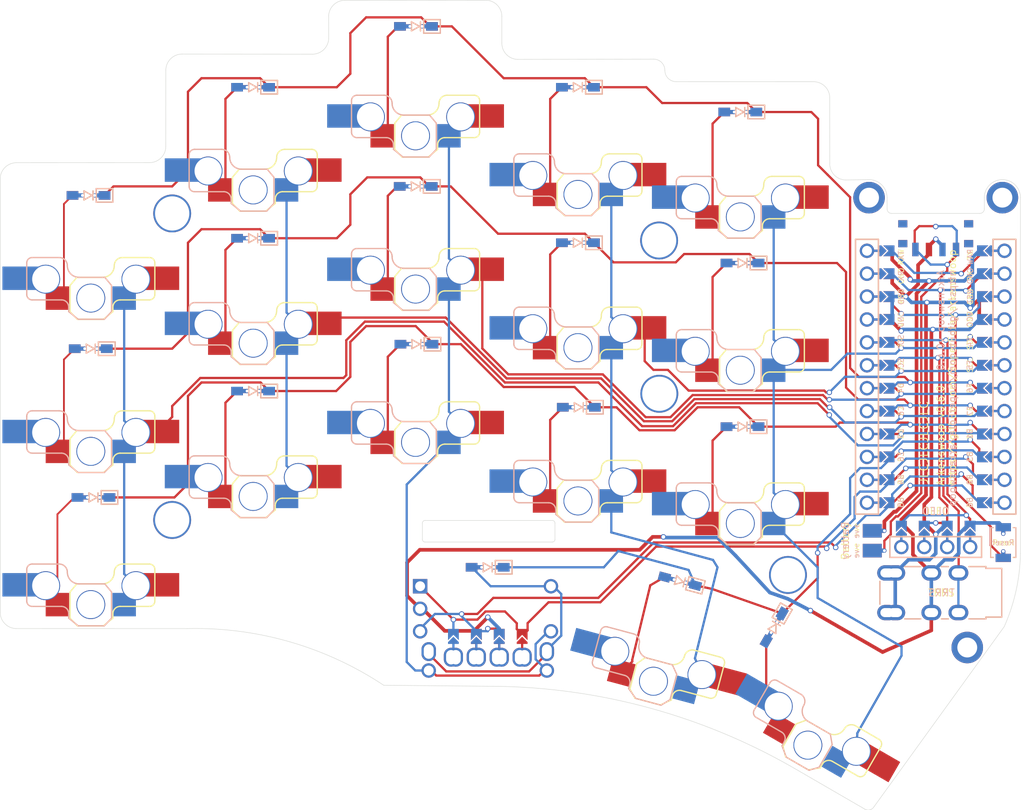
<source format=kicad_pcb>
(kicad_pcb (version 20221018) (generator pcbnew)
  (title_block (title "Arkenswoop") (date "2023-06-25") (rev "0.6.0") (company "SuperFola"))
  (layers (0 "F.Cu" signal) (31 "B.Cu" signal) (34 "B.Paste" user) (35 "F.Paste" user) (36 "B.SilkS" user "B.Silkscreen") (37 "F.SilkS" user "F.Silkscreen") (38 "B.Mask" user) (39 "F.Mask" user) (44 "Edge.Cuts" user))
  (net 0 "")
  (net 1 "raw")
  (net 2 "Net-(BT1-Pad2)")
  (net 3 "row0")
  (net 4 "GND")
  (net 5 "VCC")
  (net 6 "Net-(D2-A)")
  (net 7 "Net-(D3-A)")
  (net 8 "Net-(D4-A)")
  (net 9 "Net-(D5-A)")
  (net 10 "row1")
  (net 11 "Net-(D7-A)")
  (net 12 "data")
  (net 13 "reset")
  (net 14 "Net-(D8-A)")
  (net 15 "Net-(D9-A)")
  (net 16 "Net-(D10-A)")
  (net 17 "row2")
  (net 18 "Net-(D12-A)")
  (net 19 "Net-(D13-A)")
  (net 20 "Net-(D14-A)")
  (net 21 "Net-(D15-A)")
  (net 22 "Net-(D16-A)")
  (net 23 "row3")
  (net 24 "Net-(D17-A)")
  (net 25 "er0")
  (net 26 "col2")
  (net 27 "edb")
  (net 28 "eda")
  (net 29 "led")
  (net 30 "sda")
  (net 31 "sla")
  (net 32 "col0")
  (net 33 "col1")
  (net 34 "col3")
  (net 35 "col4")
  (net 36 "unconnected-(PSW1-C-Pad3)")
  (net 37 "unconnected-(U1-B6-Pad13)")
  (net 38 "unconnected-(U1-B2-Pad14)")
  (net 39 "unconnected-(U1-B3-Pad15)")
  (net 40 "Net-(D11-A)")
  (net 41 "Net-(D6-A)")
  (net 42 "Net-(D1-A)")
  (footprint "swoop:M2_hole_4.2mm" (layer "F.Cu") (at 134.228545 86.75)
    (fp_text reference "H3" hide)
    (fp_text value "M2 Hole" hide)
  )
  (footprint "swoop:D3_SMD" (layer "F.Cu") (at 107.275 63 180)
    (fp_text reference "D3" hide)
    (fp_text value " 1N4148W" hide)
  )
  (footprint "Library:Kailh-pg1350-socket-reversible" (layer "F.Cu") (at 107.229546 103.239471)
    (fp_text reference "SW13" hide)
    (fp_text value "Choc" hide)
  )
  (footprint "swoop:RollerEncoder" (layer "F.Cu") (at 115.235509 127.600624)
    (fp_text reference "EN2")
    (fp_text value "EVQWGD001")
    (fp_line (start -7.248 -7.7) (end -7.248 -9.5) (stroke (width 0.05)) (layer "Edge.Cuts"))
    (fp_line (start -6.952 -7.4) (end 7.148 -7.4) (stroke (width 0.05)) (layer "Edge.Cuts"))
    (fp_line (start 7.148 -9.8) (end -6.948 -9.8) (stroke (width 0.05)) (layer "Edge.Cuts"))
    (fp_line (start 7.448 -7.7) (end 7.448 -9.5) (stroke (width 0.05)) (layer "Edge.Cuts"))
    (fp_arc (start -7.248 -9.5) (mid -7.160132 -9.712132) (end -6.948 -9.8) (stroke (width 0.05)) (layer "Edge.Cuts"))
    (fp_arc (start -6.948 -7.4) (mid -7.160132 -7.487868) (end -7.248 -7.7) (stroke (width 0.05)) (layer "Edge.Cuts"))
    (fp_arc (start 7.148 -9.8) (mid 7.360132 -9.712132) (end 7.448 -9.5) (stroke (width 0.05)) (layer "Edge.Cuts"))
    (fp_arc (start 7.448 -7.7) (mid 7.360132 -7.487868) (end 7.148 -7.4) (stroke (width 0.05)) (layer "Edge.Cuts"))
  )
  (footprint "swoop:M2_hole_4.2mm" (layer "F.Cu") (at 80.25 83.75)
    (fp_text reference "H1" hide)
    (fp_text value "M2 Hole" hide)
  )
  (footprint "swoop:D3_SMD" (layer "F.Cu") (at 71.225 98.75 180)
    (fp_text reference "D6" hide)
    (fp_text value " 1N4148W" hide)
  )
  (footprint "Library:Kailh-pg1350-socket-reversible" (layer "F.Cu") (at 153.66651 137.618092 -30)
    (fp_text reference "SW17" hide)
    (fp_text value "Choc" hide)
  )
  (footprint "swoop:Reset" (layer "F.Cu") (at 172.380034 120.252819 90)
    (fp_text reference "RSW1" hide)
    (fp_text value "Reset")
  )
  (footprint "swoop:D3_SMD" (layer "F.Cu") (at 70.975 81.75 180)
    (fp_text reference "D1" hide)
    (fp_text value " 1N4148W" hide)
  )
  (footprint "swoop:Power" (layer "F.Cu") (at 164.890258 86.000219 180)
    (fp_text reference "PSW1" hide)
    (fp_text value "Power" hide)
  )
  (footprint "Library:Kailh-pg1350-socket-reversible" (layer "F.Cu") (at 71.229542 121.239972)
    (fp_text reference "SW11" hide)
    (fp_text value "Choc" hide)
  )
  (footprint "swoop:D3_SMD" (layer "F.Cu") (at 143.475 107.4 180)
    (fp_text reference "D15" hide)
    (fp_text value " 1N4148W" hide)
  )
  (footprint "swoop:RotaryEncoder" (layer "F.Cu") (at 115.235549 127.6)
    (fp_text reference "EN1")
    (fp_text value "RotaryEncoder_Switch")
  )
  (footprint "chocolad:M2_hole_3.5mm" (layer "F.Cu") (at 172.281378 81.999725)
    (fp_text reference "Ref**" hide)
    (fp_text value "Val**" hide)
  )
  (footprint "Library:Kailh-pg1350-socket-reversible" (layer "F.Cu") (at 125.228544 92.73947)
    (fp_text reference "SW9" hide)
    (fp_text value "Choc" hide)
  )
  (footprint "swoop:D3_SMD" (layer "F.Cu") (at 125.225 69.75 180)
    (fp_text reference "D4" hide)
    (fp_text value " 1N4148W" hide)
  )
  (footprint "swoop:D3_SMD" (layer "F.Cu") (at 107.25 80.75 180)
    (fp_text reference "D8" hide)
    (fp_text value " 1N4148W" hide)
  )
  (footprint "swoop:D3_SMD" (layer "F.Cu") (at 125.225 87 180)
    (fp_text reference "D9" hide)
    (fp_text value " 1N4148W" hide)
  )
  (footprint "chocolad:M2_hole_3.5mm" (layer "F.Cu") (at 157.500056 82.000182)
    (fp_text reference "Ref**" hide)
    (fp_text value "Val**" hide)
  )
  (footprint "swoop:D3_SMD" (layer "F.Cu") (at 143.225 72.5 180)
    (fp_text reference "D5" hide)
    (fp_text value " 1N4148W" hide)
  )
  (footprint "Library:Kailh-pg1350-socket-reversible" (layer "F.Cu") (at 143.229546 95.239475)
    (fp_text reference "SW10" hide)
    (fp_text value "Choc" hide)
  )
  (footprint "swoop:ProMicro_jumpers" (layer "F.Cu") (at 164.890259 101.863222)
    (fp_text reference "U1" hide)
    (fp_text value "ProMicro" hide)
  )
  (footprint "Library:Kailh-pg1350-socket-reversible" (layer "F.Cu") (at 71.229542 87.239972)
    (fp_text reference "SW1" hide)
    (fp_text value "Choc" hide)
  )
  (footprint "swoop:D3_SMD" (layer "F.Cu") (at 71.525 115.25 180)
    (fp_text reference "D11" hide)
    (fp_text value " 1N4148W" hide)
  )
  (footprint "Library:Kailh-pg1350-socket-reversible" (layer "F.Cu") (at 89.229547 109.239974)
    (fp_text reference "SW12" hide)
    (fp_text value "Choc" hide)
  )
  (footprint "swoop:TRRS-3pin" (layer "F.Cu") (at 170.604707 125.82492 -90)
    (fp_text reference "J1")
    (fp_text value "TRRS" hide)
  )
  (footprint "Library:Kailh-pg1350-socket-reversible" (layer "F.Cu") (at 107.229543 69.239473)
    (fp_text reference "SW3" hide)
    (fp_text value "Choc" hide)
  )
  (footprint "Library:Kailh-pg1350-socket-reversible" (layer "F.Cu") (at 143.229546 78.239472)
    (fp_text reference "SW5" hide)
    (fp_text value "Choc" hide)
  )
  (footprint "Library:Kailh-pg1350-socket-reversible" (layer "F.Cu") (at 71.229542 104.239972)
    (fp_text reference "SW6" hide)
    (fp_text value "Choc" hide)
  )
  (footprint "swoop:M2_hole_3.5mm" (layer "F.Cu") (at 168.386407 131.897959)
    (fp_text reference "Ref**" hide)
    (fp_text value "Val**" hide)
  )
  (footprint "swoop:OLED_jumpers" (layer "F.Cu") (at 161.080438 120.752911)
    (fp_text reference "O1" hide)
    (fp_text value "OLED")
  )
  (footprint "Library:Kailh-pg1350-socket-reversible" (layer "F.Cu") (at 125.228544 109.739471)
    (fp_text reference "SW14" hide)
    (fp_text value "Choc" hide)
  )
  (footprint "swoop:D3_SMD" (layer "F.Cu") (at 125.3254 105.25 180)
    (fp_text reference "D14" hide)
    (fp_text value " 1N4148W" hide)
  )
  (footprint "swoop:D3_SMD" (layer "F.Cu") (at 115.225 123 180)
    (fp_text reference "ED1" hide)
    (fp_text value " 1N4148W" hide)
  )
  (footprint "Library:Kailh-pg1350-socket-reversible" (layer "F.Cu") (at 89.229547 92.239968)
    (fp_text reference "SW7" hide)
    (fp_text value "Choc" hide)
  )
  (footprint "Library:Kailh-pg1350-socket-reversible" (layer "F.Cu") (at 125.228547 75.739475)
    (fp_text reference "SW4" hide)
    (fp_text value "Choc" hide)
  )
  (footprint "swoop:D3_SMD" (layer "F.Cu") (at 89.225 86.5 180)
    (fp_text reference "D7" hide)
    (fp_text value " 1N4148W" hide)
  )
  (footprint "swoop:D3_SMD" (layer "F.Cu") (at 89.225 103.45 180)
    (fp_text reference "D12" hide)
    (fp_text value " 1N4148W" hide)
  )
  (footprint "swoop:M2_hole_4.2mm" (layer "F.Cu") (at 80.25 117.75)
    (fp_text reference "H2" hide)
    (fp_text value "M2 Hole" hide)
  )
  (footprint "Library:Kailh-pg1350-socket-reversible" (layer "F.Cu") (at 135.128587 129.939172 -15)
    (fp_text reference "SW16" hide)
    (fp_text value "Choc" hide)
  )
  (footprint "Library:Kailh-pg1350-socket-reversible" (layer "F.Cu") (at 107.229546 86.23947)
    (fp_text reference "SW8" hide)
    (fp_text value "Choc" hide)
  )
  (footprint "swoop:M2_hole_4.2mm" (layer "F.Cu") (at 134.25 103.75)
    (fp_text reference "H4" hide)
    (fp_text value "M2 Hole" hide)
  )
  (footprint "swoop:D3_SMD" (layer "F.Cu") (at 107.3254 98.25 180)
    (fp_text reference "D13" hide)
    (fp_text value " 1N4148W" hide)
  )
  (footprint "swoop:Battery_pads_reversible" (layer "F.Cu") (at 157.857431 120.051406 -90)
    (fp_text reference "BT1" hide)
    (fp_text value "Battery" hide)
  )
  (footprint "swoop:M2_hole_4.2mm" (layer "F.Cu") (at 148.510701 123.849903)
    (fp_text reference "H4" hide)
    (fp_text value "M2 Hole" hide)
  )
  (footprint "swoop:D3_SMD" (layer "F.Cu") (at 89.225 69.75 180)
    (fp_text reference "D2" hide)
    (fp_text value " 1N4148W" hide)
  )
  (footprint "swoop:D3_SMD" (layer "F.Cu") (at 146.9875 129.662805 -120)
    (fp_text reference "D17" hide)
    (fp_text value " 1N4148W" hide)
  )
  (footprint "swoop:D3_SMD" (layer "F.Cu") (at 136.535482 124.540596 165)
    (fp_text reference "D16" hide)
    (fp_text value " 1N4148W" hide)
  )
  (footprint "Library:Kailh-pg1350-socket-reversible" (layer "F.Cu") (at 143.229549 112.239469)
    (fp_text reference "SW15" hide)
    (fp_text value "Choc" hide)
  )
  (footprint "swoop:D3_SMD" (layer "F.Cu") (at 143.475 89.25 180)
    (fp_text reference "D10" hide)
    (fp_text value " 1N4148W" hide)
  )
  (footprint "Library:Kailh-pg1350-socket-reversible" (layer "F.Cu") (at 89.229545 75.239973)
    (fp_text reference "SW2" hide)
    (fp_text value "Choc" hide)
  )
  (gr_line (start 61.188833 79.86901) (end 61.188833 127.991349) (stroke (width 0.05)) (layer "Edge.Cuts"))
  (gr_line (start 153.15 78.15) (end 153.145111 70.933883) (stroke (width 0.05)) (layer "Edge.Cuts"))
  (gr_line (start 174.281315 81.999689) (end 174.281568 121.466832) (stroke (width 0.05)) (layer "Edge.Cuts"))
  (gr_arc (start 172.281326 79.999547) (mid 173.695547 80.585425) (end 174.281315 81.999689) (stroke (width 0.05)) (layer "Edge.Cuts"))
  (gr_line (start 133.616117 66.633883) (end 118.540222 66.661837) (stroke (width 0.05)) (layer "Edge.Cuts"))
  (gr_line (start 116.795111 61.894135) (end 116.795111 64.867702) (stroke (width 0.05)) (layer "Edge.Cuts"))
  (gr_line (start 115.05 60.1) (end 99.389516 60.11343) (stroke (width 0.05)) (layer "Edge.Cuts"))
  (gr_arc (start 133.616117 66.633883) (mid 134.5 67) (end 134.866117 67.883883) (stroke (width 0.05)) (layer "Edge.Cuts"))
  (gr_arc (start 136.116117 69.133883) (mid 135.232234 68.767766) (end 134.866117 67.883883) (stroke (width 0.05)) (layer "Edge.Cuts"))
  (gr_line (start 79.547715 67.826168) (end 79.543548 76.357158) (stroke (width 0.05)) (layer "Edge.Cuts"))
  (gr_arc (start 97.595381 61.858541) (mid 98.138076 60.621651) (end 99.389516 60.11343) (stroke (width 0.05)) (layer "Edge.Cuts"))
  (gr_arc (start 170.281014 83.249463) (mid 170.134575 83.603043) (end 169.781008 83.749464) (stroke (width 0.05)) (layer "Edge.Cuts"))
  (gr_line (start 115.235769 136.194832) (end 103.694979 136.082549) (stroke (width 0.05)) (layer "Edge.Cuts"))
  (gr_line (start 77.745029 78.114927) (end 62.983651 78.123526) (stroke (width 0.05)) (layer "Edge.Cuts"))
  (gr_line (start 170.281014 83.249463) (end 170.28119 81.999538) (stroke (width 0.05)) (layer "Edge.Cuts"))
  (gr_line (start 81.9 129.8) (end 62.944009 129.795833) (stroke (width 0.05)) (layer "Edge.Cuts"))
  (gr_line (start 157.030886 149.825076) (end 149.229607 145.303912) (stroke (width 0.05)) (layer "Edge.Cuts"))
  (gr_arc (start 115.05 60.1) (mid 116.286898 60.642691) (end 116.795111 61.894135) (stroke (width 0.05)) (layer "Edge.Cuts"))
  (gr_line (start 154.887029 80.037186) (end 157.5 80) (stroke (width 0.05)) (layer "Edge.Cuts"))
  (gr_arc (start 157.5 80) (mid 158.914216 80.585869) (end 159.499984 82.000133) (stroke (width 0.05)) (layer "Edge.Cuts"))
  (gr_arc (start 151.4 69.139748) (mid 152.63689 69.682443) (end 153.145111 70.933883) (stroke (width 0.05)) (layer "Edge.Cuts"))
  (gr_arc (start 174.281567 121.466832) (mid 173.789865 125.619716) (end 172.48064 129.591384) (stroke (width 0.05)) (layer "Edge.Cuts"))
  (gr_line (start 151.4 69.139748) (end 136.116117 69.133883) (stroke (width 0.05)) (layer "Edge.Cuts"))
  (gr_arc (start 79.543548 76.357158) (mid 79.000006 77.600024) (end 77.745029 78.114927) (stroke (width 0.05)) (layer "Edge.Cuts"))
  (gr_arc (start 115.235769 136.194832) (mid 132.832334 138.511576) (end 149.229607 145.303912) (stroke (width 0.05)) (layer "Edge.Cuts"))
  (gr_line (start 159.499984 82.000133) (end 159.500165 83.250065) (stroke (width 0.05)) (layer "Edge.Cuts"))
  (gr_arc (start 158.055405 149.550557) (mid 157.600001 149.900002) (end 157.030886 149.825076) (stroke (width 0.05)) (layer "Edge.Cuts"))
  (gr_arc (start 160.000164 83.750068) (mid 159.646629 83.603612) (end 159.500165 83.250065) (stroke (width 0.05)) (layer "Edge.Cuts"))
  (gr_arc (start 61.188834 79.86901) (mid 61.73183 78.631838) (end 62.983651 78.123526) (stroke (width 0.05)) (layer "Edge.Cuts"))
  (gr_arc (start 81.9 129.8) (mid 93.2811 131.263566) (end 103.694979 136.082549) (stroke (width 0.05)) (layer "Edge.Cuts"))
  (gr_arc (start 170.28119 81.999538) (mid 170.867035 80.585273) (end 172.281326 79.999547) (stroke (width 0.05)) (layer "Edge.Cuts"))
  (gr_arc (start 97.6 64.338143) (mid 97.057294 65.575) (end 95.805865 66.083254) (stroke (width 0.05)) (layer "Edge.Cuts"))
  (gr_line (start 97.595381 61.858541) (end 97.6 64.338143) (stroke (width 0.05)) (layer "Edge.Cuts"))
  (gr_line (start 158.055405 149.550557) (end 172.48064 129.591384) (stroke (width 0.05)) (layer "Edge.Cuts"))
  (gr_arc (start 118.540222 66.661837) (mid 117.303351 66.119136) (end 116.795111 64.867702) (stroke (width 0.05)) (layer "Edge.Cuts"))
  (gr_line (start 95.805865 66.083254) (end 81.352199 66.070992) (stroke (width 0.05)) (layer "Edge.Cuts"))
  (gr_arc (start 154.887029 80.037186) (mid 153.620088 79.460331) (end 153.15 78.15) (stroke (width 0.05)) (layer "Edge.Cuts"))
  (gr_arc (start 62.944009 129.795833) (mid 61.7 129.25) (end 61.188833 127.991349) (stroke (width 0.05)) (layer "Edge.Cuts"))
  (gr_line (start 160.000164 83.750068) (end 169.781008 83.749464) (stroke (width 0.05)) (layer "Edge.Cuts"))
  (gr_arc (start 79.547715 67.826168) (mid 80.093555 66.582164) (end 81.352199 66.070992) (stroke (width 0.05)) (layer "Edge.Cuts"))
  (gr_text "Arkenswoop v0.6.0\nhttps://github.com/SuperFola/arkenswoop" (at 166.084013 89.964022 90) (layer "B.SilkS") (effects (font (size 0.8 0.8) (thickness 0.1)) (justify left mirror)))
  (gr_text "JLCJLCJLCJLC" (at 164.115685 113.860085 90) (layer "F.SilkS") (effects (font (size 0.9 0.9) (thickness 0.1)) (justify left bottom)))
  (gr_text "Arkenswoop v0.6.0\nhttps://github.com/SuperFola/arkenswoop" (at 166.084012 114.024024 90) (layer "F.SilkS") (effects (font (size 0.8 0.8) (thickness 0.1)) (justify left)))
  (segment (start 162.763772 114.548714) (end 160.479742 116.83274) (width 0.4) (layer "F.Cu") (net 1))
  (segment (start 164.150941 91.234385) (end 162.763773 92.621556) (width 0.4) (layer "F.Cu") (net 1))
  (segment (start 164.150941 91.232744) (end 164.150941 91.234385) (width 0.4) (layer "F.Cu") (net 1))
  (segment (start 160.479742 116.83274) (end 160.273087 116.832745) (width 0.4) (layer "F.Cu") (net 1))
  (segment (start 160.064268 88.888668) (end 160.064268 87.893222) (width 0.4) (layer "F.Cu") (net 1))
  (segment (start 162.06426 90.88866) (end 160.064268 88.888668) (width 0.4) (layer "F.Cu") (net 1))
  (segment (start 164.150941 91.234391) (end 164.150941 91.232744) (width 0.4) (layer "F.Cu") (net 1))
  (segment (start 162.763773 92.621556) (end 162.763772 114.548714) (width 0.4) (layer "F.Cu") (net 1))
  (segment (start 160.273087 116.832745) (end 159.19903 117.9068) (width 0.4) (layer "F.Cu") (net 1))
  (segment (start 159.19903 117.9068) (end 159.199032 118.951007) (width 0.4) (layer "F.Cu") (net 1))
  (segment (start 162.06426 91.068224) (end 162.06426 90.88866) (width 0.4) (layer "F.Cu") (net 1))
  (via (at 162.06426 91.068224) (size 0.6) (drill 0.4) (layers "F.Cu" "B.Cu") (net 1))
  (via (at 164.150941 91.232744) (size 0.6) (drill 0.4) (layers "F.Cu" "B.Cu") (net 1))
  (segment (start 164.150941 91.232744) (end 162.228778 91.232745) (width 0.4) (layer "B.Cu") (net 1))
  (segment (start 162.228778 91.232745) (end 162.06426 91.068224) (width 0.4) (layer "B.Cu") (net 1))
  (segment (start 168.950164 88.659323) (end 169.716269 87.89322) (width 0.4) (layer "B.Cu") (net 1))
  (segment (start 168.950158 90.335064) (end 168.950164 88.659323) (width 0.4) (layer "B.Cu") (net 1))
  (segment (start 168.052499 91.232736) (end 168.950158 90.335064) (width 0.4) (layer "B.Cu") (net 1))
  (segment (start 168.052499 91.232736) (end 164.150941 91.232744) (width 0.4) (layer "B.Cu") (net 1))
  (segment (start 159.911517 119.346343) (end 159.199032 120.058829) (width 0.25) (layer "F.Cu") (net 2))
  (segment (start 160.493142 117.357269) (end 160.490348 117.357269) (width 0.25) (layer "F.Cu") (net 2))
  (segment (start 163.288291 92.991392) (end 163.288292 114.765975) (width 0.25) (layer "F.Cu") (net 2))
  (segment (start 166.17043 89.423077) (end 166.17043 90.109252) (width 0.25) (layer "F.Cu") (net 2))
  (segment (start 160.490348 117.357269) (end 159.911517 117.9361) (width 0.25) (layer "F.Cu") (net 2))
  (segment (start 160.493142 117.35726) (end 160.493142 117.357269) (width 0.25) (layer "F.Cu") (net 2))
  (segment (start 159.911517 117.9361) (end 159.911517 119.346343) (width 0.25) (layer "F.Cu") (net 2))
  (segment (start 166.17043 90.109252) (end 163.288291 92.991392) (width 0.25) (layer "F.Cu") (net 2))
  (segment (start 160.69701 117.357261) (end 160.493142 117.35726) (width 0.25) (layer "F.Cu") (net 2))
  (segment (start 159.199032 120.058829) (end 159.19903 121.151406) (width 0.25) (layer "F.Cu") (net 2))
  (segment (start 167.148746 88.444757) (end 166.17043 89.423077) (width 0.25) (layer "F.Cu") (net 2))
  (segment (start 163.288292 114.765975) (end 160.69701 117.357261) (width 0.25) (layer "F.Cu") (net 2))
  (segment (start 167.148744 87.750031) (end 167.148746 88.444757) (width 0.25) (layer "F.Cu") (net 2))
  (via (at 166.17043 89.423077) (size 0.6) (drill 0.4) (layers "F.Cu" "B.Cu") (net 2))
  (segment (start 164.321777 89.423066) (end 166.17043 89.423077) (width 0.25) (layer "B.Cu") (net 2))
  (segment (start 162.648739 87.750031) (end 164.321777 89.423066) (width 0.25) (layer "B.Cu") (net 2))
  (segment (start 151.85 73.25) (end 151.85 78.4) (width 0.25) (layer "F.Cu") (net 3))
  (segment (start 91 69.75) (end 98.5 69.75) (width 0.25) (layer "F.Cu") (net 3))
  (segment (start 83.5 68.75) (end 90 68.75) (width 0.25) (layer "F.Cu") (net 3))
  (segment (start 126 68.75) (end 127 69.75) (width 0.25) (layer "F.Cu") (net 3))
  (segment (start 169.351266 103.133227) (end 168.716265 102.49822) (width 0.25) (layer "F.Cu") (net 3))
  (segment (start 82 70.25) (end 83.5 68.75) (width 0.25) (layer "F.Cu") (net 3))
  (segment (start 100 68.25) (end 100 63.75) (width 0.25) (layer "F.Cu") (net 3))
  (segment (start 152.925285 79.475285) (end 155.4 81.95) (width 0.25) (layer "F.Cu") (net 3))
  (segment (start 111.25 63) (end 117 68.75) (width 0.25) (layer "F.Cu") (net 3))
  (segment (start 90 68.75) (end 91 69.75) (width 0.25) (layer "F.Cu") (net 3))
  (segment (start 161.444359 101.87831) (end 162.064272 102.498223) (width 0.25) (layer "F.Cu") (net 3))
  (segment (start 156.37831 101.87831) (end 161.444359 101.87831) (width 0.25) (layer "F.Cu") (net 3))
  (segment (start 117 68.75) (end 126 68.75) (width 0.25) (layer "F.Cu") (net 3))
  (segment (start 72.75 81.75) (end 73.75 80.75) (width 0.25) (layer "F.Cu") (net 3))
  (segment (start 108.8504 63) (end 111.25 63) (width 0.25) (layer "F.Cu") (net 3))
  (segment (start 107.8504 62) (end 108.8504 63) (width 0.25) (layer "F.Cu") (net 3))
  (segment (start 155.4 81.95) (end 155.4 100.9) (width 0.25) (layer "F.Cu") (net 3))
  (segment (start 145 72.5) (end 151.1 72.5) (width 0.25) (layer "F.Cu") (net 3))
  (segment (start 134.561957 71.5) (end 144 71.5) (width 0.25) (layer "F.Cu") (net 3))
  (segment (start 144 71.5) (end 145 72.5) (width 0.25) (layer "F.Cu") (net 3))
  (segment (start 100 63.75) (end 101.75 62) (width 0.25) (layer "F.Cu") (net 3))
  (segment (start 101.75 62) (end 107.8504 62) (width 0.25) (layer "F.Cu") (net 3))
  (segment (start 132.811957 69.75) (end 134.561957 71.5) (width 0.25) (layer "F.Cu") (net 3))
  (segment (start 80.25 80.75) (end 82 79) (width 0.25) (layer "F.Cu") (net 3))
  (segment (start 155.4 100.9) (end 156.37831 101.87831) (width 0.25) (layer "F.Cu") (net 3))
  (segment (start 73.75 80.75) (end 80.25 80.75) (width 0.25) (layer "F.Cu") (net 3))
  (segment (start 169.716266 103.133229) (end 169.351266 103.133227) (width 0.25) (layer "F.Cu") (net 3))
  (segment (start 82 79) (end 82 70.25) (width 0.25) (layer "F.Cu") (net 3))
  (segment (start 127 69.75) (end 132.811957 69.75) (width 0.25) (layer "F.Cu") (net 3))
  (segment (start 151.1 72.5) (end 151.85 73.25) (width 0.25) (layer "F.Cu") (net 3))
  (segment (start 98.5 69.75) (end 100 68.25) (width 0.25) (layer "F.Cu") (net 3))
  (segment (start 151.85 78.4) (end 152.925285 79.475285) (width 0.25) (layer "F.Cu") (net 3))
  (via (at 168.716265 102.49822) (size 0.6) (drill 0.4) (layers "F.Cu" "B.Cu") (net 3))
  (via (at 162.064272 102.498223) (size 0.6) (drill 0.4) (layers "F.Cu" "B.Cu") (net 3))
  (segment (start 168.716265 102.49822) (end 160.699259 102.498224) (width 0.25) (layer "B.Cu") (net 3))
  (segment (start 160.699259 102.498224) (end 160.064263 103.133227) (width 0.25) (layer "B.Cu") (net 3))
  (segment (start 169.716268 92.97322) (end 169.716261 95.51322) (width 0.4) (layer "F.Cu") (net 4))
  (segment (start 106.29 122.47) (end 106.29 126.154451) (width 0.4) (layer "F.Cu") (net 4))
  (segment (start 164.148749 88.254755) (end 162.93543 89.468066) (width 0.4) (layer "F.Cu") (net 4))
  (segment (start 134.7 119.6255) (end 133.512038 119.6255) (width 0.4) (layer "F.Cu") (net 4))
  (segment (start 164.148744 87.350041) (end 164.898752 86.60004) (width 0.4) (layer "F.Cu") (net 4))
  (segment (start 107.7 121.06) (end 106.29 122.47) (width 0.4) (layer "F.Cu") (net 4))
  (segment (start 160.064265 91.473224) (end 161.564265 92.973223) (width 0.4) (layer "F.Cu") (net 4))
  (segment (start 164.148736 87.750035) (end 164.148749 88.254755) (width 0.4) (layer "F.Cu") (net 4))
  (segment (start 164.4 130) (end 164.404707 128.02492) (width 0.4) (layer "F.Cu") (net 4))
  (segment (start 162.93542 91.602053) (end 161.564265 92.973223) (width 0.4) (layer "F.Cu") (net 4))
  (segment (start 162.93543 89.468066) (end 162.93542 91.602053) (width 0.4) (layer "F.Cu") (net 4))
  (segment (start 110.46608 130.05) (end 113.719602 130.05) (width 0.4) (layer "F.Cu") (net 4))
  (segment (start 161.080432 118.078912) (end 162.36467 119.363149) (width 0.4) (layer "F.Cu") (net 4))
  (segment (start 159 132.4) (end 164.4 130) (width 0.4) (layer "F.Cu") (net 4))
  (segment (start 161.08043 117.715624) (end 163.812814 114.98324) (width 0.4) (layer "F.Cu") (net 4))
  (segment (start 161.080437 118.078912) (end 161.08043 117.715624) (width 0.4) (layer "F.Cu") (net 4))
  (segment (start 133.512038 119.6255) (end 132.077538 121.06) (width 0.4) (layer "F.Cu") (net 4))
  (segment (start 113.719602 130.05) (end 115.235511 128.534091) (width 0.4) (layer "F.Cu") (net 4))
  (segment (start 151.1 127.8) (end 151 127.8) (width 0.4) (layer "F.Cu") (net 4))
  (segment (start 132.077538 121.06) (end 107.7 121.06) (width 0.4) (layer "F.Cu") (net 4))
  (segment (start 106.29 126.154451) (end 107.735549 127.6) (width 0.4) (layer "F.Cu") (net 4))
  (segment (start 169.716271 93.243223) (end 168.716263 94.243233) (width 0.4) (layer "F.Cu") (net 4))
  (segment (start 163.812814 114.98324) (end 163.812815 93.718462) (width 0.4) (layer "F.Cu") (net 4))
  (segment (start 107.73555 127.31947) (end 110.46608 130.05) (width 0.4) (layer "F.Cu") (net 4))
  (segment (start 162.36467 119.363149) (end 162.364675 121.584888) (width 0.4) (layer "F.Cu") (net 4))
  (segment (start 169.716268 92.97322) (end 169.716271 93.243223) (width 0.4) (layer "F.Cu") (net 4))
  (segment (start 151 127.8) (end 159 132.4) (width 0.4) (layer "F.Cu") (net 4))
  (segment (start 164.14875 87.750031) (end 164.148744 87.350041) (width 0.4) (layer "F.Cu") (net 4))
  (segment (start 163.812815 93.718462) (end 163.91279 93.618485) (width 0.4) (layer "F.Cu") (net 4))
  (segment (start 162.364675 121.584888) (end 164.404707 123.624919) (width 0.4) (layer "F.Cu") (net 4))
  (segment (start 160.06427 90.433231) (end 160.064265 91.473224) (width 0.4) (layer "F.Cu") (net 4))
  (via (at 168.716263 94.243233) (size 0.6) (drill 0.4) (layers "F.Cu" "B.Cu") (net 4))
  (via (at 164.898752 86.60004) (size 0.6) (drill 0.4) (layers "F.Cu" "B.Cu") (net 4))
  (via (at 115.235511 128.534091) (size 0.6) (drill 0.4) (layers "F.Cu" "B.Cu") (net 4))
  (via (at 134.7 119.6255) (size 0.6) (drill 0.4) (layers "F.Cu" "B.Cu") (net 4))
  (via (at 163.91279 93.618485) (size 0.6) (drill 0.4) (layers "F.Cu" "B.Cu") (net 4))
  (via (at 151 127.8) (size 0.6) (drill 0.4) (layers "F.Cu" "B.Cu") (net 4))
  (via (at 161.564265 92.973223) (size 0.6) (drill 0.4) (layers "F.Cu" "B.Cu") (net 4))
  (segment (start 166.725535 122.164156) (end 167.442676 121.447015) (width 0.4) (layer "B.Cu") (net 4))
  (segment (start 168.70043 118.078909) (end 171.906123 118.078909) (width 0.4) (layer "B.Cu") (net 4))
  (segment (start 161.564265 92.973223) (end 160.064273 92.973224) (width 0.4) (layer "B.Cu") (net 4))
  (segment (start 148.5 126.5) (end 146.5 125.8) (width 0.4) (layer "B.Cu") (net 4))
  (segment (start 160.064273 92.973224) (end 160.064273 95.513235) (width 0.4) (layer "B.Cu") (net 4))
  (segment (start 169.716263 90.433228) (end 169.015773 91.13371) (width 0.4) (layer "B.Cu") (net 4))
  (segment (start 169.015782 93.943716) (end 168.716263 94.243233) (width 0.4) (layer "B.Cu") (net 4))
  (segment (start 167.442676 121.447015) (end 167.44267 119.336672) (width 0.4) (layer "B.Cu") (net 4))
  (segment (start 146.5 125.8) (end 142.7 121.7) (width 0.4) (layer "B.Cu") (net 4))
  (segment (start 168.091523 93.618482) (end 168.716263 94.243233) (width 0.4) (layer "B.Cu") (net 4))
  (segment (start 165.648754 87.750044) (end 165.648747 87.350034) (width 0.4) (layer "B.Cu") (net 4))
  (segment (start 116.505514 129.804094) (end 115.235511 128.534091) (width 0.4) (layer "B.Cu") (net 4))
  (segment (start 134.7745 119.7) (end 134.7 119.6255) (width 0.4) (layer "B.Cu") (net 4))
  (segment (start 169.015773 91.13371) (end 169.015782 93.943716) (width 0.4) (layer "B.Cu") (net 4))
  (segment (start 165.865471 122.164156) (end 166.725535 122.164156) (width 0.4) (layer "B.Cu") (net 4))
  (segment (start 171.906123 118.078909) (end 172.380031 118.552819) (width 0.4) (layer "B.Cu") (net 4))
  (segment (start 142.7 121.7) (end 140.7 119.7) (width 0.4) (layer "B.Cu") (net 4))
  (segment (start 164.404707 123.624919) (end 165.865471 122.164156) (width 0.4) (layer "B.Cu") (net 4))
  (segment (start 140.7 119.7) (end 134.7745 119.7) (width 0.4) (layer "B.Cu") (net 4))
  (segment (start 151 127.8) (end 148.5 126.5) (width 0.4) (layer "B.Cu") (net 4))
  (segment (start 161.564265 92.973223) (end 162.209522 93.618484) (width 0.4) (layer "B.Cu") (net 4))
  (segment (start 164.404706 123.624915) (end 164.40471 128.02492) (width 0.4) (layer "B.Cu") (net 4))
  (segment (start 167.44267 119.336672) (end 168.70043 118.078909) (width 0.4) (layer "B.Cu") (net 4))
  (segment (start 165.648747 87.350034) (end 164.898752 86.60004) (width 0.4) (layer "B.Cu") (net 4))
  (segment (start 162.209522 93.618484) (end 168.091523 93.618482) (width 0.4) (layer "B.Cu") (net 4))
  (segment (start 164.412334 96.777352) (end 164.570972 96.61871) (width 0.4) (layer "F.Cu") (net 5))
  (segment (start 160.064273 95.513235) (end 160.064265 95.783225) (width 0.4) (layer "F.Cu") (net 5))
  (segment (start 164.412332 115.231574) (end 164.412334 96.777352) (width 0.4) (layer "F.Cu") (net 5))
  (segment (start 163.620434 116.023474) (end 164.412332 115.231574) (width 0.4) (layer "F.Cu") (net 5))
  (segment (start 163.628911 118.078909) (end 164.894673 119.344672) (width 0.4) (layer "F.Cu") (net 5))
  (segment (start 160.064265 95.783225) (end 161.064266 96.783226) (width 0.4) (layer "F.Cu") (net 5))
  (segment (start 163.620432 118.078913) (end 163.620434 116.023474) (width 0.4) (layer "F.Cu") (net 5))
  (via (at 164.570972 96.61871) (size 0.6) (drill 0.4) (layers "F.Cu" "B.Cu") (net 5))
  (via (at 164.894673 119.344672) (size 0.6) (drill 0.4) (layers "F.Cu" "B.Cu") (net 5))
  (via (at 161.064266 96.783226) (size 0.6) (drill 0.4) (layers "F.Cu" "B.Cu") (net 5))
  (segment (start 164.185526 122.164156) (end 161.865471 122.164156) (width 0.4) (layer "B.Cu") (net 5))
  (segment (start 169.716261 95.51322) (end 168.610766 96.618711) (width 0.4) (layer "B.Cu") (net 5))
  (segment (start 160.404711 123.624923) (end 160.404709 128.024917) (width 0.4) (layer "B.Cu") (net 5))
  (segment (start 164.570972 96.61871) (end 161.228784 96.618709) (width 0.4) (layer "B.Cu") (net 5))
  (segment (start 161.865471 122.164156) (end 160.404707 123.624919) (width 0.4) (layer "B.Cu") (net 5))
  (segment (start 168.610766 96.618711) (end 164.570972 96.61871) (width 0.4) (layer "B.Cu") (net 5))
  (segment (start 164.894673 119.344672) (end 164.894674 121.455008) (width 0.4) (layer "B.Cu") (net 5))
  (segment (start 164.894673 119.344672) (end 166.160432 118.078913) (width 0.4) (layer "B.Cu") (net 5))
  (segment (start 161.228784 96.618709) (end 161.064266 96.783226) (width 0.4) (layer "B.Cu") (net 5))
  (segment (start 164.894674 121.455008) (end 164.185526 122.164156) (width 0.4) (layer "B.Cu") (net 5))
  (segment (start 87.45 69.75) (end 86.154545 71.045455) (width 0.25) (layer "F.Cu") (net 6))
  (segment (start 86.154545 71.045455) (end 86.154545 80.514973) (width 0.25) (layer "F.Cu") (net 6))
  (segment (start 86.154545 80.514973) (end 85.529545 81.139973) (width 0.25) (layer "F.Cu") (net 6))
  (segment (start 105.3004 63) (end 104.154543 64.145857) (width 0.25) (layer "F.Cu") (net 7))
  (segment (start 104.154543 64.145857) (end 104.154543 74.514473) (width 0.25) (layer "F.Cu") (net 7))
  (segment (start 104.154543 74.514473) (end 103.529543 75.139473) (width 0.25) (layer "F.Cu") (net 7))
  (segment (start 122.153547 71.046453) (end 122.153547 81.014475) (width 0.25) (layer "F.Cu") (net 8))
  (segment (start 122.153547 81.014475) (end 121.528547 81.639475) (width 0.25) (layer "F.Cu") (net 8))
  (segment (start 123.45 69.75) (end 122.153547 71.046453) (width 0.25) (layer "F.Cu") (net 8))
  (segment (start 140.154546 83.514472) (end 139.529546 84.139472) (width 0.25) (layer "F.Cu") (net 9))
  (segment (start 141.45 72.5) (end 140.154546 73.795454) (width 0.25) (layer "F.Cu") (net 9))
  (segment (start 140.154546 73.795454) (end 140.154546 83.514472) (width 0.25) (layer "F.Cu") (net 9))
  (segment (start 169.716259 105.673222) (end 169.35127 105.673227) (width 0.25) (layer "F.Cu") (net 10))
  (segment (start 136.075 89.175) (end 137 88.25) (width 0.25) (layer "F.Cu") (net 10))
  (segment (start 154.95 103.057955) (end 154.95 90.25) (width 0.25) (layer "F.Cu") (net 10))
  (segment (start 73 98.75) (end 80.25 98.75) (width 0.25) (layer "F.Cu") (net 10))
  (segment (start 91 86.5) (end 98.5 86.5) (width 0.25) (layer "F.Cu") (net 10))
  (segment (start 101.875 79.75) (end 107.75 79.75) (width 0.25) (layer "F.Cu") (net 10))
  (segment (start 129.175 89.175) (end 136.075 89.175) (width 0.25) (layer "F.Cu") (net 10))
  (segment (start 144.25 88.25) (end 145.25 89.25) (width 0.25) (layer "F.Cu") (net 10))
  (segment (start 161.424353 104.39831) (end 156.290354 104.398309) (width 0.25) (layer "F.Cu") (net 10))
  (segment (start 154.95 90.25) (end 153.95 89.25) (width 0.25) (layer "F.Cu") (net 10))
  (segment (start 98.5 86.5) (end 100 85) (width 0.25) (layer "F.Cu") (net 10))
  (segment (start 82 87) (end 83.5 85.5) (width 0.25) (layer "F.Cu") (net 10))
  (segment (start 80.25 98.75) (end 82 97) (width 0.25) (layer "F.Cu") (net 10))
  (segment (start 82 97) (end 82 87) (width 0.25) (layer "F.Cu") (net 10))
  (segment (start 127 87) (end 129.175 89.175) (width 0.25) (layer "F.Cu") (net 10))
  (segment (start 100 85) (end 100 81.625) (width 0.25) (layer "F.Cu") (net 10))
  (segment (start 90 85.5) (end 91 86.5) (width 0.25) (layer "F.Cu") (net 10))
  (segment (start 126 86) (end 127 87) (width 0.25) (layer "F.Cu") (net 10))
  (segment (start 116.375 86) (end 126 86) (width 0.25) (layer "F.Cu") (net 10))
  (segment (start 137 88.25) (end 144.25 88.25) (width 0.25) (layer "F.Cu") (net 10))
  (segment (start 100 81.625) (end 101.875 79.75) (width 0.25) (layer "F.Cu") (net 10))
  (segment (start 156.290354 104.398309) (end 154.95 103.057955) (width 0.25) (layer "F.Cu") (net 10))
  (segment (start 109.025 80.75) (end 111.125 80.75) (width 0.25) (layer "F.Cu") (net 10))
  (segment (start 153.95 89.25) (end 145.25 89.25) (width 0.25) (layer "F.Cu") (net 10))
  (segment (start 162.064271 105.038229) (end 161.424353 104.39831) (width 0.25) (layer "F.Cu") (net 10))
  (segment (start 111.125 80.75) (end 116.375 86) (width 0.25) (layer "F.Cu") (net 10))
  (segment (start 107.75 79.75) (end 108.75 80.75) (width 0.25) (layer "F.Cu") (net 10))
  (segment (start 169.35127 105.673227) (end 168.716267 105.038227) (width 0.25) (layer "F.Cu") (net 10))
  (segment (start 83.5 85.5) (end 90 85.5) (width 0.25) (layer "F.Cu") (net 10))
  (via (at 162.064271 105.038229) (size 0.6) (drill 0.4) (layers "F.Cu" "B.Cu") (net 10))
  (via (at 168.716267 105.038227) (size 0.6) (drill 0.4) (layers "F.Cu" "B.Cu") (net 10))
  (segment (start 160.699268 105.038228) (end 160.06426 105.673223) (width 0.25) (layer "B.Cu") (net 10))
  (segment (start 168.716267 105.038227) (end 160.699268 105.038228) (width 0.25) (layer "B.Cu") (net 10))
  (segment (start 86.154547 97.514968) (end 85.529547 98.139968) (width 0.25) (layer "F.Cu") (net 11))
  (segment (start 86.154547 87.795453) (end 86.154547 97.514968) (width 0.25) (layer "F.Cu") (net 11))
  (segment (start 87.45 86.5) (end 86.154547 87.795453) (width 0.25) (layer "F.Cu") (net 11))
  (segment (start 168.216268 92.338225) (end 169.716269 90.838223) (width 0.25) (layer "F.Cu") (net 12))
  (segment (start 165.393221 92.250963) (end 165.393221 98.061907) (width 0.25) (layer "F.Cu") (net 12))
  (segment (start 167.434675 116.767726) (end 167.434675 123.594951) (width 0.25) (layer "F.Cu") (net 12))
  (segment (start 165.393221 98.061907) (end 165.743191 98.411883) (width 0.25) (layer "F.Cu") (net 12))
  (segment (start 165.74319 115.076246) (end 167.434675 116.767726) (width 0.25) (layer "F.Cu") (net 12))
  (segment (start 165.743191 98.411883) (end 165.74319 115.076246) (width 0.25) (layer "F.Cu") (net 12))
  (segment (start 167.434675 123.594951) (end 167.404707 123.624919) (width 0.25) (layer "F.Cu") (net 12))
  (segment (start 169.716269 90.838223) (end 169.716263 90.433228) (width 0.25) (layer "F.Cu") (net 12))
  (segment (start 165.390969 92.248714) (end 165.393221 92.250963) (width 0.25) (layer "F.Cu") (net 12))
  (via (at 165.390969 92.248714) (size 0.6) (drill 0.4) (layers "F.Cu" "B.Cu") (net 12))
  (via (at 168.216268 92.338225) (size 0.6) (drill 0.4) (layers "F.Cu" "B.Cu") (net 12))
  (segment (start 167.404703 123.624918) (end 167.404705 128.024921) (width 0.25) (layer "B.Cu") (net 12))
  (segment (start 168.126753 92.248714) (end 165.390969 92.248714) (width 0.25) (layer "B.Cu") (net 12))
  (segment (start 165.390969 92.248714) (end 161.879758 92.248719) (width 0.25) (layer "B.Cu") (net 12))
  (segment (start 161.879758 92.248719) (end 160.06427 90.433231) (width 0.25) (layer "B.Cu") (net 12))
  (segment (start 168.216268 92.338225) (end 168.126753 92.248714) (width 0.25) (layer "B.Cu") (net 12))
  (segment (start 172.380033 121.952823) (end 170.992668 120.565466) (width 0.25) (layer "F.Cu") (net 13))
  (segment (start 167.091751 114.596151) (end 167.091751 95.007932) (width 0.25) (layer "F.Cu") (net 13))
  (segment (start 160.064273 92.973224) (end 160.064261 93.878232) (width 0.25) (layer "F.Cu") (net 13))
  (segment (start 167.091751 95.007932) (end 167.09467 95.005009) (width 0.25) (layer "F.Cu") (net 13))
  (segment (start 170.992668 120.565466) (end 170.992668 118.497068) (width 0.25) (layer "F.Cu") (net 13))
  (segment (start 170.992668 118.497068) (end 167.091751 114.596151) (width 0.25) (layer "F.Cu") (net 13))
  (segment (start 160.064261 93.878232) (end 161.064264 94.878218) (width 0.25) (layer "F.Cu") (net 13))
  (via (at 161.064264 94.878218) (size 0.6) (drill 0.4) (layers "F.Cu" "B.Cu") (net 13))
  (via (at 167.09467 95.005009) (size 0.6) (drill 0.4) (layers "F.Cu" "B.Cu") (net 13))
  (segment (start 169.716261 94.129509) (end 169.716261 92.97322) (width 0.25) (layer "B.Cu") (net 13))
  (segment (start 161.064264 94.878218) (end 161.153776 94.967734) (width 0.25) (layer "B.Cu") (net 13))
  (segment (start 167.09467 95.005009) (end 168.840761 95.005009) (width 0.25) (layer "B.Cu") (net 13))
  (segment (start 168.840761 95.005009) (end 169.716261 94.129509) (width 0.25) (layer "B.Cu") (net 13))
  (segment (start 167.09467 95.005009) (end 161.194673 95.005011) (width 0.25) (layer "B.Cu") (net 13))
  (segment (start 104.154546 91.51447) (end 103.529546 92.13947) (width 0.25) (layer "F.Cu") (net 14))
  (segment (start 105.2 80.75) (end 104.154546 81.795454) (width 0.25) (layer "F.Cu") (net 14))
  (segment (start 104.154546 81.795454) (end 104.154546 91.51447) (width 0.25) (layer "F.Cu") (net 14))
  (segment (start 123.45 87) (end 122.153544 88.296456) (width 0.25) (layer "F.Cu") (net 15))
  (segment (start 122.153544 88.296456) (end 122.153544 98.01447) (width 0.25) (layer "F.Cu") (net 15))
  (segment (start 122.153544 98.01447) (end 121.528544 98.63947) (width 0.25) (layer "F.Cu") (net 15))
  (segment (start 141.7 89.25) (end 140.154546 90.795454) (width 0.25) (layer "F.Cu") (net 16))
  (segment (start 140.154546 90.795454) (end 140.154546 100.514475) (width 0.25) (layer "F.Cu") (net 16))
  (segment (start 140.154546 100.514475) (end 139.529546 101.139475) (width 0.25) (layer "F.Cu") (net 16))
  (segment (start 161.826865 106.95) (end 154.25 106.95) (width 0.25) (layer "F.Cu") (net 17))
  (segment (start 143.1 105.25) (end 145.25 107.4) (width 0.25) (layer "F.Cu") (net 17))
  (segment (start 132.05 107.8) (end 135.95 107.8) (width 0.25) (layer "F.Cu") (net 17))
  (segment (start 112.25 98.25) (end 117 103) (width 0.25) (layer "F.Cu") (net 17))
  (segment (start 138.5 105.25) (end 143.1 105.25) (width 0.25) (layer "F.Cu") (net 17))
  (segment (start 82 113.75) (end 82 104) (width 0.25) (layer "F.Cu") (net 17))
  (segment (start 82 104) (end 83.5 102.5) (width 0.25) (layer "F.Cu") (net 17))
  (segment (start 135.95 107.8) (end 138.5 105.25) (width 0.25) (layer "F.Cu") (net 17))
  (segment (start 127.1004 105.25) (end 129.5 105.25) (width 0.25) (layer "F.Cu") (net 17))
  (segment (start 124.8504 103) (end 127.1004 105.25) (width 0.25) (layer "F.Cu") (net 17))
  (segment (start 154.25 106.95) (end 153.8 107.4) (width 0.25) (layer "F.Cu") (net 17))
  (segment (start 80.5 115.25) (end 82 113.75) (width 0.25) (layer "F.Cu") (net 17))
  (segment (start 100 101.875) (end 100 98) (width 0.25) (layer "F.Cu") (net 17))
  (segment (start 169.716266 108.213222) (end 169.716264 107.943227) (width 0.25) (layer "F.Cu") (net 17))
  (segment (start 90.05 102.5) (end 91 103.45) (width 0.25) (layer "F.Cu") (net 17))
  (segment (start 91 103.45) (end 98.425 103.45) (width 0.25) (layer "F.Cu") (net 17))
  (segment (start 83.5 102.5) (end 90.05 102.5) (width 0.25) (layer "F.Cu") (net 17))
  (segment (start 169.716264 107.943227) (end 168.716262 106.943229) (width 0.25) (layer "F.Cu") (net 17))
  (segment (start 100 98) (end 101.75 96.25) (width 0.25) (layer "F.Cu") (net 17))
  (segment (start 117 103) (end 124.8504 103) (width 0.25) (layer "F.Cu") (net 17))
  (segment (start 98.425 103.45) (end 100 101.875) (width 0.25) (layer "F.Cu") (net 17))
  (segment (start 153.8 107.4) (end 145.25 107.4) (width 0.25) (layer "F.Cu") (net 17))
  (segment (start 129.5 105.25) (end 132.05 107.8) (width 0.25) (layer "F.Cu") (net 17))
  (segment (start 162.064272 107.187407) (end 161.826865 106.95) (width 0.25) (layer "F.Cu") (net 17))
  (segment (start 107.25 96.25) (end 109.25 98.25) (width 0.25) (layer "F.Cu") (net 17))
  (segment (start 73.3 115.25) (end 80.5 115.25) (width 0.25) (layer "F.Cu") (net 17))
  (segment (start 101.75 96.25) (end 107.25 96.25) (width 0.25) (layer "F.Cu") (net 17))
  (segment (start 109.25 98.25) (end 112.25 98.25) (width 0.25) (layer "F.Cu") (net 17))
  (via (at 162.064272 107.187407) (size 0.6) (drill 0.4) (layers "F.Cu" "B.Cu") (net 17))
  (via (at 168.716262 106.943229) (size 0.6) (drill 0.4) (layers "F.Cu" "B.Cu") (net 17))
  (segment (start 168.47208 107.187414) (end 168.716262 106.943229) (width 0.25) (layer "B.Cu") (net 17))
  (segment (start 160.064273 108.213222) (end 160.064267 108.188616) (width 0.25) (layer "B.Cu") (net 17))
  (segment (start 161.065469 107.187407) (end 168.47208 107.187414) (width 0.25) (layer "B.Cu") (net 17))
  (segment (start 160.064267 108.188616) (end 161.065469 107.187407) (width 0.25) (layer "B.Cu") (net 17))
  (segment (start 86.154547 114.514974) (end 85.529547 115.139974) (width 0.25) (layer "F.Cu") (net 18))
  (segment (start 87.45 103.45) (end 86.154547 104.745453) (width 0.25) (layer "F.Cu") (net 18))
  (segment (start 86.154547 104.745453) (end 86.154547 114.514974) (width 0.25) (layer "F.Cu") (net 18))
  (segment (start 104.154546 108.514471) (end 103.529546 109.139471) (width 0.25) (layer "F.Cu") (net 19))
  (segment (start 104.154546 99.645854) (end 104.154546 108.514471) (width 0.25) (layer "F.Cu") (net 19))
  (segment (start 105.5504 98.25) (end 104.154546 99.645854) (width 0.25) (layer "F.Cu") (net 19))
  (segment (start 123.5504 105.25) (end 122.153544 106.646856) (width 0.25) (layer "F.Cu") (net 20))
  (segment (start 122.153544 115.014471) (end 121.528544 115.639471) (width 0.25) (layer "F.Cu") (net 20))
  (segment (start 122.153544 106.646856) (end 122.153544 115.014471) (width 0.25) (layer "F.Cu") (net 20))
  (segment (start 140.154549 108.945451) (end 140.154549 117.514469) (width 0.25) (layer "F.Cu") (net 21))
  (segment (start 141.7 107.4) (end 140.154549 108.945451) (width 0.25) (layer "F.Cu") (net 21))
  (segment (start 140.154549 117.514469) (end 139.529549 118.139469) (width 0.25) (layer "F.Cu") (net 21))
  (segment (start 131.25 133.25) (end 131.25 133.458133) (width 0.25) (layer "F.Cu") (net 22))
  (segment (start 131.25 133.458133) (end 130.027629 134.680504) (width 0.25) (layer "F.Cu") (net 22))
  (segment (start 134.820964 124.081192) (end 133.25 125) (width 0.25) (layer "F.Cu") (net 22))
  (segment (start 133.25 125) (end 131.25 133.25) (width 0.25) (layer "F.Cu") (net 22))
  (segment (start 169.716263 110.753228) (end 169.716271 109.848229) (width 0.25) (layer "F.Cu") (net 23))
  (segment (start 140.1 125.4) (end 147.875 128.12561) (width 0.25) (layer "F.Cu") (net 23))
  (segment (start 151.8 124.20061) (end 151.8 121.4) (width 0.25) (layer "F.Cu") (net 23))
  (segment (start 147.875 128.12561) (end 151.8 124.20061) (width 0.25) (layer "F.Cu") (net 23))
  (segment (start 169.716271 109.848229) (end 168.716267 108.848231) (width 0.25) (layer "F.Cu") (net 23))
  (segment (start 138.25 125) (end 140.1 125.4) (width 0.25) (layer "F.Cu") (net 23))
  (via (at 168.716267 108.848231) (size 0.6) (drill 0.4) (layers "F.Cu" "B.Cu") (net 23))
  (via (at 151.8 121.4) (size 0.6) (drill 0.4) (layers "F.Cu" "B.Cu") (net 23))
  (segment (start 117 123) (end 128.1 123) (width 0.25) (layer "B.Cu") (net 23))
  (segment (start 155.4 113.1) (end 156.5 112) (width 0.25) (layer "B.Cu") (net 23))
  (segment (start 128.1 123) (end 129.7 121.2) (width 0.25) (layer "B.Cu") (net 23))
  (segment (start 151.8 120.7) (end 155.4 117.1) (width 0.25) (layer "B.Cu") (net 23))
  (segment (start 158.817479 112) (end 160.064257 110.753222) (width 0.25) (layer "B.Cu") (net 23))
  (segment (start 161.241876 109.057418) (end 168.50708 109.057415) (width 0.25) (layer "B.Cu") (net 23))
  (segment (start 160.064259 110.235036) (end 161.241876 109.057418) (width 0.25) (layer "B.Cu") (net 23))
  (segment (start 155.4 117.1) (end 155.4 113.1) (width 0.25) (layer "B.Cu") (net 23))
  (segment (start 129.7 121.2) (end 137.5 123.3) (width 0.25) (layer "B.Cu") (net 23))
  (segment (start 151.8 121.2) (end 151.8 121.4) (width 0.25) (layer "B.Cu") (net 23))
  (segment (start 160.064257 110.753222) (end 160.064259 110.235036) (width 0.25) (layer "B.Cu") (net 23))
  (segment (start 156.5 112) (end 158.817479 112) (width 0.25) (layer "B.Cu") (net 23))
  (segment (start 137.5 123.3) (end 138.25 125) (width 0.25) (layer "B.Cu") (net 23))
  (segment (start 168.50708 109.057415) (end 168.716267 108.848231) (width 0.25) (layer "B.Cu") (net 23))
  (segment (start 151.8 121.4) (end 151.8 120.7) (width 0.25) (layer "B.Cu") (net 23))
  (segment (start 146.1 137.072606) (end 146.1 131.2) (width 0.25) (layer "F.Cu") (net 24))
  (segment (start 147.436383 138.408989) (end 146.1 137.072606) (width 0.25) (layer "F.Cu") (net 24))
  (segment (start 110.63 134.55) (end 119.82 134.55) (width 0.25) (layer "F.Cu") (net 25))
  (segment (start 108.687509 132.350624) (end 108.687509 132.607509) (width 0.25) (layer "F.Cu") (net 25))
  (segment (start 119.82 134.55) (end 122.24 132.13) (width 0.25) (layer "F.Cu") (net 25))
  (segment (start 108.687509 132.607509) (end 110.63 134.55) (width 0.25) (layer "F.Cu") (net 25))
  (segment (start 121.783512 132.070094) (end 121.889906 132.070094) (width 0.25) (layer "B.Cu") (net 25))
  (segment (start 123.38 130.58) (end 123.38 125.963919) (width 0.25) (layer "B.Cu") (net 25))
  (segment (start 121.889906 132.070094) (end 123.38 130.58) (width 0.25) (layer "B.Cu") (net 25))
  (segment (start 123.38 125.963919) (end 122.235552 124.819471) (width 0.25) (layer "B.Cu") (net 25))
  (segment (start 113.45 123) (end 115.55 125.1) (width 0.25) (layer "B.Cu") (net 25))
  (segment (start 115.55 125.1) (end 122.235549 125.1) (width 0.25) (layer "B.Cu") (net 25))
  (segment (start 152.906311 104.406311) (end 152.4 103.9) (width 0.25) (layer "F.Cu") (net 26))
  (segment (start 160.429266 103.13322) (end 161.06426 103.768221) (width 0.25) (layer "F.Cu") (net 26))
  (segment (start 132.736396 106.35) (end 127.986396 101.6) (width 0.25) (layer "F.Cu") (net 26))
  (segment (start 127.986396 101.6) (end 117.509188 101.6) (width 0.25) (layer "F.Cu") (net 26))
  (segment (start 120.943608 135.01) (end 121.783513 134.170095) (width 0.25) (layer "F.Cu") (net 26))
  (segment (start 152.4 103.9) (end 137.940812 103.9) (width 0.25) (layer "F.Cu") (net 26))
  (segment (start 108.687509 134.170096) (end 109.527413 135.01) (width 0.25) (layer "F.Cu") (net 26))
  (segment (start 117.509188 101.6) (end 114.629546 98.720358) (width 0.25) (layer "F.Cu") (net 26))
  (segment (start 135.490812 106.35) (end 132.736396 106.35) (width 0.25) (layer "F.Cu") (net 26))
  (segment (start 114.629546 98.720358) (end 114.629546 89.93947) (width 0.25) (layer "F.Cu") (net 26))
  (segment (start 137.940812 103.9) (end 135.490812 106.35) (width 0.25) (layer "F.Cu") (net 26))
  (segment (start 153.100253 104.406311) (end 152.906311 104.406311) (width 0.25) (layer "F.Cu") (net 26))
  (segment (start 109.527413 135.01) (end 120.943608 135.01) (width 0.25) (layer "F.Cu") (net 26))
  (segment (start 160.064263 103.133227) (end 160.429266 103.13322) (width 0.25) (layer "F.Cu") (net 26))
  (via (at 153.100253 104.406311) (size 0.6) (drill 0.4) (layers "F.Cu" "B.Cu") (net 26))
  (via (at 161.06426 103.768221) (size 0.6) (drill 0.4) (layers "F.Cu" "B.Cu") (net 26))
  (segment (start 152.993689 104.406311) (end 152.991691 104.408309) (width 0.25) (layer "B.Cu") (net 26))
  (segment (start 120.54 131.515021) (end 122.23555 129.819471) (width 0.25) (layer "B.Cu") (net 26))
  (segment (start 153.100253 104.406311) (end 152.993689 104.406311) (width 0.25) (layer "B.Cu") (net 26))
  (segment (start 110.929546 105.739471) (end 112.229546 107.039471) (width 0.25) (layer "B.Cu") (net 26))
  (segment (start 110.929543 75.139473) (end 110.929543 88.739467) (width 0.25) (layer "B.Cu") (net 26))
  (segment (start 110.929546 92.13947) (end 110.929546 105.739471) (width 0.25) (layer "B.Cu") (net 26))
  (segment (start 153.100253 104.406311) (end 153.102251 104.408309) (width 0.25) (layer "B.Cu") (net 26))
  (segment (start 121.783509 134.450624) (end 120.54 133.207115) (width 0.25) (layer "B.Cu") (net 26))
  (segment (start 107.200624 134.450624) (end 108.687509 134.450624) (width 0.25) (layer "B.Cu") (net 26))
  (segment (start 120.54 133.207115) (end 120.54 131.515021) (width 0.25) (layer "B.Cu") (net 26))
  (segment (start 106.25 113.819017) (end 106.25 133.5) (width 0.25) (layer "B.Cu") (net 26))
  (segment (start 160.424172 104.408309) (end 161.06426 103.768221) (width 0.25) (layer "B.Cu") (net 26))
  (segment (start 169.081269 103.768224) (end 169.716266 103.133229) (width 0.25) (layer "B.Cu") (net 26))
  (segment (start 110.929546 109.139471) (end 107.569017 112.5) (width 0.25) (layer "B.Cu") (net 26))
  (segment (start 161.06426 103.768221) (end 169.081269 103.768224) (width 0.25) (layer "B.Cu") (net 26))
  (segment (start 107.569017 112.5) (end 106.25 113.819017) (width 0.25) (layer "B.Cu") (net 26))
  (segment (start 153.102251 104.408309) (end 160.424172 104.408309) (width 0.25) (layer "B.Cu") (net 26))
  (segment (start 110.929543 88.739467) (end 112.229546 90.03947) (width 0.25) (layer "B.Cu") (net 26))
  (segment (start 106.25 133.5) (end 107.200624 134.450624) (width 0.25) (layer "B.Cu") (net 26))
  (segment (start 168.981084 113.923044) (end 167.716262 112.658232) (width 0.25) (layer "F.Cu") (net 27))
  (segment (start 168.981087 115.098046) (end 168.981084 113.923044) (width 0.25) (layer "F.Cu") (net 27))
  (segment (start 114.526829 127.713604) (end 114.526829 127.723868) (width 0.25) (layer "F.Cu") (net 27))
  (segment (start 169.716266 115.833227) (end 168.981087 115.098046) (width 0.25) (layer "F.Cu") (net 27))
  (segment (start 127.49 126.39) (end 115.850433 126.39) (width 0.25) (layer "F.Cu") (net 27))
  (segment (start 133.63 120.25) (end 127.49 126.39) (width 0.25) (layer "F.Cu") (net 27))
  (segment (start 153.8 120.8) (end 153.25 120.25) (width 0.25) (layer "F.Cu") (net 27))
  (segment (start 114.526829 127.723868) (end 114.071111 128.179583) (width 0.25) (layer "F.Cu") (net 27))
  (segment (start 116.5 129.8) (end 116.505509 129.805509) (width 0.25) (layer "F.Cu") (net 27))
  (segment (start 116.495904 129.804096) (end 116.5 129.8) (width 0.25) (layer "F.Cu") (net 27))
  (segment (start 114.071111 128.179583) (end 112.341002 128.179582) (width 0.25) (layer "F.Cu") (net 27))
  (segment (start 116.505509 129.805509) (end 116.505509 130.084624) (width 0.25) (layer "F.Cu") (net 27))
  (segment (start 153.25 120.25) (end 133.63 120.25) (width 0.25) (layer "F.Cu") (net 27))
  (segment (start 115.850433 126.39) (end 114.526829 127.713604) (width 0.25) (layer "F.Cu") (net 27))
  (segment (start 115.235509 129.804096) (end 116.495904 129.804096) (width 0.25) (layer "F.Cu") (net 27))
  (via (at 112.341002 128.179582) (size 0.6) (drill 0.4) (layers "F.Cu" "B.Cu") (net 27))
  (via (at 167.716262 112.658232) (size 0.6) (drill 0.4) (layers "F.Cu" "B.Cu") (net 27))
  (via (at 115.235509 129.804096) (size 0.6) (drill 0.4) (layers "F.Cu" "B.Cu") (net 27))
  (via (at 153.8 120.8) (size 0.6) (drill 0.4) (layers "F.Cu" "B.Cu") (net 27))
  (segment (start 153.8 120.8) (end 153.8 120.6) (width 0.25) (layer "B.Cu") (net 27))
  (segment (start 109.375437 128.179585) (end 107.735547 129.819473) (width 0.25) (layer "B.Cu") (net 27))
  (segment (start 153.8 120.6) (end 157.19169 117.20831) (width 0.25) (layer "B.Cu") (net 27))
  (segment (start 158.68917 117.20831) (end 160.06426 115.833222) (width 0.25) (layer "B.Cu") (net 27))
  (segment (start 157.19169 117.20831) (end 158.68917 117.20831) (width 0.25) (layer "B.Cu") (net 27))
  (segment (start 160.064263 115.833229) (end 160.064266 114.903603) (width 0.25) (layer "B.Cu") (net 27))
  (segment (start 112.341002 128.179582) (end 112.341002 128.441002) (width 0.25) (layer "B.Cu") (net 27))
  (segment (start 162.04046 112.927409) (end 167.447083 112.92741) (width 0.25) (layer "B.Cu") (net 27))
  (segment (start 160.064266 114.903603) (end 162.04046 112.927409) (width 0.25) (layer "B.Cu") (net 27))
  (segment (start 113.965509 130.084624) (end 115.234624 130.084624) (width 0.25) (layer "B.Cu") (net 27))
  (segment (start 112.341002 128.179582) (end 109.375437 128.179585) (width 0.25) (layer "B.Cu") (net 27))
  (segment (start 115.235509 130.083739) (end 115.235509 129.804096) (width 0.25) (layer "B.Cu") (net 27))
  (segment (start 167.447083 112.92741) (end 167.716262 112.658232) (width 0.25) (layer "B.Cu") (net 27))
  (segment (start 115.234624 130.084624) (end 115.235509 130.083739) (width 0.25) (layer "B.Cu") (net 27))
  (segment (start 113.965509 130.065509) (end 113.965509 130.084624) (width 0.25) (layer "B.Cu") (net 27))
  (segment (start 112.341002 128.441002) (end 113.965509 130.065509) (width 0.25) (layer "B.Cu") (net 27))
  (segment (start 169.017431 112.594395) (end 169.017433 111.554389) (width 0.25) (layer "F.Cu") (net 28))
  (segment (start 169.716264 113.293224) (end 169.017431 112.594395) (width 0.25) (layer "F.Cu") (net 28))
  (segment (start 121.969606 126.88) (end 119.65 129.199606) (width 0.25) (layer "F.Cu") (net 28))
  (segment (start 118.45 129.208584) (end 117.150999 127.909583) (width 0.25) (layer "F.Cu") (net 28))
  (segment (start 133.9 120.7) (end 127.72 126.88) (width 0.25) (layer "F.Cu") (net 28))
  (segment (start 118.684624 130.084624) (end 118.45 129.85) (width 0.25) (layer "F.Cu") (net 28))
  (segment (start 117.150999 127.9) (end 114.976829 127.9) (width 0.25) (layer "F.Cu") (net 28))
  (segment (start 152.8 120.9) (end 152.6 120.7) (width 0.25) (layer "F.Cu") (net 28))
  (segment (start 127.72 126.88) (end 121.969606 126.88) (width 0.25) (layer "F.Cu") (net 28))
  (segment (start 119.65 129.199606) (end 119.65 130) (width 0.25) (layer "F.Cu") (net 28))
  (segment (start 119.565376 130.084624) (end 119.045509 130.084624) (width 0.25) (layer "F.Cu") (net 28))
  (segment (start 169.017433 111.554389) (end 168.216267 110.753229) (width 0.25) (layer "F.Cu") (net 28))
  (segment (start 152.7 120.9) (end 152.8 120.9) (width 0.25) (layer "F.Cu") (net 28))
  (segment (start 119.045509 130.084624) (end 118.684624 130.084624) (width 0.25) (layer "F.Cu") (net 28))
  (segment (start 114.976829 127.909583) (end 114.082316 128.804093) (width 0.25) (layer "F.Cu") (net 28))
  (segment (start 114.082316 128.804093) (end 111.425513 128.804094) (width 0.25) (layer "F.Cu") (net 28))
  (segment (start 107.735549 125.11413) (end 111.425513 128.804094) (width 0.25) (layer "F.Cu") (net 28))
  (segment (start 107.735548 124.81947) (end 107.735549 125.11413) (width 0.25) (layer "F.Cu") (net 28))
  (segment (start 118.45 129.85) (end 118.45 129.208584) (width 0.25) (layer "F.Cu") (net 28))
  (segment (start 152.6 120.7) (end 133.9 120.7) (width 0.25) (layer "F.Cu") (net 28))
  (segment (start 119.65 130) (end 119.565376 130.084624) (width 0.25) (layer "F.Cu") (net 28))
  (via (at 168.216267 110.753229) (size 0.6) (drill 0.4) (layers "F.Cu" "B.Cu") (net 28))
  (via (at 152.8 120.9) (size 0.6) (drill 0.4) (layers "F.Cu" "B.Cu") (net 28))
  (via (at 111.425513 128.804094) (size 0.6) (drill 0.4) (layers "F.Cu" "B.Cu") (net 28))
  (segment (start 168.022074 110.947412) (end 168.216267 110.753229) (width 0.25) (layer "B.Cu") (net 28))
  (segment (start 160.064268 112.498614) (end 161.615468 110.947415) (width 0.25) (layer "B.Cu") (net 28))
  (segment (start 152.8 120.7) (end 155.9 117.6) (width 0.25) (layer "B.Cu") (net 28))
  (segment (start 160.064263 113.293226) (end 160.064268 112.498614) (width 0.25) (layer "B.Cu") (net 28))
  (segment (start 155.9 117.6) (end 155.9 115.2) (width 0.25) (layer "B.Cu") (net 28))
  (segment (start 152.8 120.9) (end 152.8 120.7) (width 0.25) (layer "B.Cu") (net 28))
  (segment (start 158.757476 114.6) (end 160.064255 113.293221) (width 0.25) (layer "B.Cu") (net 28))
  (segment (start 156.5 114.6) (end 158.757476 114.6) (width 0.25) (layer "B.Cu") (net 28))
  (segment (start 161.615468 110.947415) (end 168.022074 110.947412) (width 0.25) (layer "B.Cu") (net 28))
  (segment (start 155.9 115.2) (end 156.5 114.6) (width 0.25) (layer "B.Cu") (net 28))
  (segment (start 111.425512 129.804096) (end 111.425513 128.804094) (width 0.25) (layer "B.Cu") (net 28))
  (segment (start 169.716265 88.433225) (end 169.716269 87.89322) (width 0.25) (layer "F.Cu") (net 29))
  (segment (start 167.716267 90.433225) (end 169.716265 88.433225) (width 0.25) (layer "F.Cu") (net 29))
  (via (at 167.716267 90.433225) (size 0.6) (drill 0.4) (layers "F.Cu" "B.Cu") (net 29))
  (segment (start 162.514751 90.343718) (end 160.064268 87.893222) (width 0.25) (layer "B.Cu") (net 29))
  (segment (start 167.626753 90.343706) (end 162.514751 90.343718) (width 0.25) (layer "B.Cu") (net 29))
  (segment (start 167.716267 90.433225) (end 167.626753 90.343706) (width 0.25) (layer "B.Cu") (net 29))
  (segment (start 169.351263 98.053227) (end 168.716263 97.418226) (width 0.25) (layer "F.Cu") (net 30))
  (segment (start 168.700433 117.64523) (end 168.282448 117.227242) (width 0.25) (layer "F.Cu") (net 30))
  (segment (start 168.282448 117.227242) (end 168.282443 116.979778) (width 0.25) (layer "F.Cu") (net 30))
  (segment (start 166.192714 114.890048) (end 166.192712 97.978208) (width 0.25) (layer "F.Cu") (net 30))
  (segment (start 169.71627 98.053228) (end 169.351263 98.053227) (width 0.25) (layer "F.Cu") (net 30))
  (segment (start 166.192712 97.978208) (end 166.017734 97.803228) (width 0.25) (layer "F.Cu") (net 30))
  (segment (start 168.700438 118.078909) (end 168.700433 117.64523) (width 0.25) (layer "F.Cu") (net 30))
  (segment (start 168.282443 116.979778) (end 166.192714 114.890048) (width 0.25) (layer "F.Cu") (net 30))
  (via (at 166.017734 97.803228) (size 0.6) (drill 0.4) (layers "F.Cu" "B.Cu") (net 30))
  (via (at 168.282448 117.227242) (size 0.6) (drill 0.4) (layers "F.Cu" "B.Cu") (net 30))
  (via (at 168.716263 97.418226) (size 0.6) (drill 0.4) (layers "F.Cu" "B.Cu") (net 30))
  (segment (start 168.331265 97.803229) (end 168.716263 97.418226) (width 0.25) (layer "B.Cu") (net 30))
  (segment (start 160.314263 97.803222) (end 168.331265 97.803229) (width 0.25) (layer "B.Cu") (net 30))
  (segment (start 161.934434 117.224909) (end 161.080435 118.078907) (width 0.25) (layer "B.Cu") (net 30))
  (segment (start 161.934434 117.224909) (end 168.280117 117.224912) (width 0.25) (layer "B.Cu") (net 30))
  (segment (start 160.064259 98.053227) (end 160.314263 97.803222) (width 0.25) (layer "B.Cu") (net 30))
  (segment (start 166.160432 118.078913) (end 166.160436 116.129207) (width 0.25) (layer "F.Cu") (net 31))
  (segment (start 164.890426 118.078912) (end 166.160432 118.078913) (width 0.25) (layer "F.Cu") (net 31))
  (segment (start 169.716265 100.593225) (end 169.351267 100.59323) (width 0.25) (layer "F.Cu") (net 31))
  (segment (start 169.351267 100.59323) (end 168.716269 99.958226) (width 0.25) (layer "F.Cu") (net 31))
  (segment (start 165.293672 115.262446) (end 165.293674 99.943683) (width 0.25) (layer "F.Cu") (net 31))
  (segment (start 165.293674 99.943683) (end 165.11869 99.768703) (width 0.25) (layer "F.Cu") (net 31))
  (segment (start 166.160436 116.129207) (end 165.293672 115.262446) (width 0.25) (layer "F.Cu") (net 31))
  (via (at 165.11869 99.768703) (size 0.6) (drill 0.4) (layers "F.Cu" "B.Cu") (net 31))
  (via (at 168.716269 99.958226) (size 0.6) (drill 0.4) (layers "F.Cu" "B.Cu") (net 31))
  (via (at 164.890426 118.078912) (size 0.6) (drill 0.4) (layers "F.Cu" "B.Cu") (net 31))
  (segment (start 168.716269 99.958226) (end 168.526738 99.768703) (width 0.25) (layer "B.Cu") (net 31))
  (segment (start 164.890426 118.078912) (end 163.620433 118.078911) (width 0.25) (layer "B.Cu") (net 31))
  (segment (start 168.526738 99.768703) (end 160.888782 99.768704) (width 0.25) (layer "B.Cu") (net 31))
  (segment (start 160.888782 99.768704) (end 160.064259 100.593224) (width 0.25) (layer "B.Cu") (net 31))
  (segment (start 80.25 106.319514) (end 78.629542 107.939972) (width 0.25) (layer "F.Cu") (net 32))
  (segment (start 135.763604 107.35) (end 132.35 107.35) (width 0.25) (layer "F.Cu") (net 32))
  (segment (start 99.55 101.688604) (end 99.238604 102) (width 0.25) (layer "F.Cu") (net 32))
  (segment (start 110.386396 95.75) (end 101.613604 95.75) (width 0.25) (layer "F.Cu") (net 32))
  (segment (start 151.8 104.8) (end 138.313604 104.8) (width 0.25) (layer "F.Cu") (net 32))
  (segment (start 138.313604 104.8) (end 135.763604 107.35) (width 0.25) (layer "F.Cu") (net 32))
  (segment (start 127.5 102.5) (end 117.136396 102.5) (width 0.25) (layer "F.Cu") (net 32))
  (segment (start 99.238604 102) (end 83.363604 102) (width 0.25) (layer "F.Cu") (net 32))
  (segment (start 99.55 97.813604) (end 99.55 101.688604) (width 0.25) (layer "F.Cu") (net 32))
  (segment (start 152.500153 105.511017) (end 152.500153 105.500153) (width 0.25) (layer "F.Cu") (net 32))
  (segment (start 80.25 105.113604) (end 80.25 106.319514) (width 0.25) (layer "F.Cu") (net 32))
  (segment (start 117.136396 102.5) (end 110.386396 95.75) (width 0.25) (layer "F.Cu") (net 32))
  (segment (start 153.094568 106.105432) (end 152.500153 105.511017) (width 0.25) (layer "F.Cu") (net 32))
  (segment (start 101.613604 95.75) (end 99.55 97.813604) (width 0.25) (layer "F.Cu") (net 32))
  (segment (start 160.064273 108.213222) (end 161.06427 108.213224) (width 0.25) (layer "F.Cu") (net 32))
  (segment (start 83.363604 102) (end 80.25 105.113604) (width 0.25) (layer "F.Cu") (net 32))
  (segment (start 152.500153 105.500153) (end 151.8 104.8) (width 0.25) (layer "F.Cu") (net 32))
  (segment (start 132.35 107.35) (end 127.5 102.5) (width 0.25) (layer "F.Cu") (net 32))
  (via (at 161.06427 108.213224) (size 0.6) (drill 0.4) (layers "F.Cu" "B.Cu") (net 32))
  (via (at 153.094568 106.105432) (size 0.6) (drill 0.4) (layers "F.Cu" "B.Cu") (net 32))
  (segment (start 74.929542 123.739972) (end 76.229542 125.039972) (width 0.25) (layer "B.Cu") (net 32))
  (segment (start 169.62675 108.123711) (end 169.716266 108.213222) (width 0.25) (layer "B.Cu") (net 32))
  (segment (start 161.06427 108.213224) (end 161.153781 108.123709) (width 0.25) (layer "B.Cu") (net 32))
  (segment (start 153.094568 106.303304) (end 156.269573 109.478309) (width 0.25) (layer "B.Cu") (net 32))
  (segment (start 74.929542 93.139972) (end 74.929542 106.739972) (width 0.25) (layer "B.Cu") (net 32))
  (segment (start 74.929542 106.739972) (end 76.229542 108.039972) (width 0.25) (layer "B.Cu") (net 32))
  (segment (start 74.929542 110.139972) (end 74.929542 123.739972) (width 0.25) (layer "B.Cu") (net 32))
  (segment (start 161.153781 108.123709) (end 169.62675 108.123711) (width 0.25) (layer "B.Cu") (net 32))
  (segment (start 156.269573 109.478309) (end 160.185265 109.478309) (width 0.25) (layer "B.Cu") (net 32))
  (segment (start 160.185265 109.478309) (end 161.064269 108.599306) (width 0.25) (layer "B.Cu") (net 32))
  (segment (start 161.064269 108.599306) (end 161.06427 108.213224) (width 0.25) (layer "B.Cu") (net 32))
  (segment (start 153.094568 106.105432) (end 153.094568 106.303304) (width 0.25) (layer "B.Cu") (net 32))
  (segment (start 110.572792 95.3) (end 97.269515 95.3) (width 0.25) (layer "F.Cu") (net 33))
  (segment (start 97.269515 95.3) (end 96.629547 95.939968) (width 0.25) (layer "F.Cu") (net 33))
  (segment (start 160.064264 105.673225) (end 160.429268 105.673225) (width 0.25) (layer "F.Cu") (net 33))
  (segment (start 127.8 102.05) (end 117.322792 102.05) (width 0.25) (layer "F.Cu") (net 33))
  (segment (start 153.125153 105.25284) (end 152.95284 105.25284) (width 0.25) (layer "F.Cu") (net 33))
  (segment (start 135.677208 106.8) (end 132.55 106.8) (width 0.25) (layer "F.Cu") (net 33))
  (segment (start 138.127208 104.35) (end 135.677208 106.8) (width 0.25) (layer "F.Cu") (net 33))
  (segment (start 160.429268 105.673225) (end 161.064264 106.308226) (width 0.25) (layer "F.Cu") (net 33))
  (segment (start 117.322792 102.05) (end 110.572792 95.3) (width 0.25) (layer "F.Cu") (net 33))
  (segment (start 132.55 106.8) (end 127.8 102.05) (width 0.25) (layer "F.Cu") (net 33))
  (segment (start 152.95284 105.25284) (end 152.05 104.35) (width 0.25) (layer "F.Cu") (net 33))
  (segment (start 152.05 104.35) (end 138.127208 104.35) (width 0.25) (layer "F.Cu") (net 33))
  (via (at 153.125153 105.25284) (size 0.6) (drill 0.4) (layers "F.Cu" "B.Cu") (net 33))
  (via (at 161.064264 106.308226) (size 0.6) (drill 0.4) (layers "F.Cu" "B.Cu") (net 33))
  (segment (start 92.929545 81.139973) (end 92.929545 94.739966) (width 0.25) (layer "B.Cu") (net 33))
  (segment (start 92.929547 111.739974) (end 94.229547 113.039974) (width 0.25) (layer "B.Cu") (net 33))
  (segment (start 92.929547 98.139968) (end 92.929547 111.739974) (width 0.25) (layer "B.Cu") (net 33))
  (segment (start 161.064264 106.308226) (end 161.153776 106.218722) (width 0.25) (layer "B.Cu") (net 33))
  (segment (start 160.434179 106.938307) (end 161.064264 106.308226) (width 0.25) (layer "B.Cu") (net 33))
  (segment (start 92.929545 94.739966) (end 94.229547 96.039968) (width 0.25) (layer "B.Cu") (net 33))
  (segment (start 161.153776 106.218722) (end 169.170778 106.218723) (width 0.25) (layer "B.Cu") (net 33))
  (segment (start 169.170778 106.218723) (end 169.716267 105.67322) (width 0.25) (layer "B.Cu") (net 33))
  (segment (start 153.125153 105.25284) (end 154.81062 106.938307) (width 0.25) (layer "B.Cu") (net 33))
  (segment (start 154.81062 106.938307) (end 160.434179 106.938307) (width 0.25) (layer "B.Cu") (net 33))
  (segment (start 160.064269 100.593228) (end 160.429264 100.593225) (width 0.25) (layer "F.Cu") (net 34))
  (segment (start 135.2 101.1) (end 133.6 101.1) (width 0.25) (layer "F.Cu") (net 34))
  (segment (start 137.5 103.4) (end 135.2 101.1) (width 0.25) (layer "F.Cu") (net 34))
  (segment (start 152.736396 103.6) (end 152.536396 103.4) (width 0.25) (layer "F.Cu") (net 34))
  (segment (start 133.6 101.1) (end 132.628544 100.128544) (width 0.25) (layer "F.Cu") (net 34))
  (segment (start 160.429264 100.593225) (end 161.06426 101.228225) (width 0.25) (layer "F.Cu") (net 34))
  (segment (start 132.628544 100.128544) (end 132.628544 96.43947) (width 0.25) (layer "F.Cu") (net 34))
  (segment (start 153.1 103.6) (end 152.736396 103.6) (width 0.25) (layer "F.Cu") (net 34))
  (segment (start 152.536396 103.4) (end 137.5 103.4) (width 0.25) (layer "F.Cu") (net 34))
  (via (at 161.06426 101.228225) (size 0.6) (drill 0.4) (layers "F.Cu" "B.Cu") (net 34))
  (via (at 153.1 103.6) (size 0.6) (drill 0.4) (layers "F.Cu" "B.Cu") (net 34))
  (segment (start 154.831689 101.868311) (end 160.424178 101.868311) (width 0.25) (layer "B.Cu") (net 34))
  (segment (start 161.06426 101.228225) (end 169.081262 101.228228) (width 0.25) (layer "B.Cu") (net 34))
  (segment (start 138.2 133.1) (end 138.974704 134.903785) (width 0.25) (layer "B.Cu") (net 34))
  (segment (start 128.928544 119.128544) (end 140.2 122.183194) (width 0.25) (layer "B.Cu") (net 34))
  (segment (start 153.1 103.6) (end 154.831689 101.868311) (width 0.25) (layer "B.Cu") (net 34))
  (segment (start 140.7 123) (end 138.2 133.1) (width 0.25) (layer "B.Cu") (net 34))
  (segment (start 128.928547 95.239473) (end 130.228544 96.53947) (width 0.25) (layer "B.Cu") (net 34))
  (segment (start 140.2 122.183194) (end 140.7 123) (width 0.25) (layer "B.Cu") (net 34))
  (segment (start 160.424178 101.868311) (end 161.06426 101.228225) (width 0.25) (layer "B.Cu") (net 34))
  (segment (start 169.081262 101.228228) (end 169.716265 100.593225) (width 0.25) (layer "B.Cu") (net 34))
  (segment (start 128.928544 98.63947) (end 128.928544 112.239471) (width 0.25) (layer "B.Cu") (net 34))
  (segment (start 128.928547 81.639475) (end 128.928547 95.239473) (width 0.25) (layer "B.Cu") (net 34))
  (segment (start 128.928544 112.239471) (end 130.228544 113.539471) (width 0.25) (layer "B.Cu") (net 34))
  (segment (start 128.928544 115.639471) (end 128.928544 119.128544) (width 0.25) (layer "B.Cu") (net 34))
  (segment (start 160.064261 98.053223) (end 160.429271 98.053226) (width 0.25) (layer "F.Cu") (net 35))
  (segment (start 160.429271 98.053226) (end 161.064261 98.688225) (width 0.25) (layer "F.Cu") (net 35))
  (segment (start 148.329546 99.139474) (end 148.488294 99.298223) (width 0.25) (layer "F.Cu") (net 35))
  (via (at 161.064261 98.688225) (size 0.6) (drill 0.4) (layers "F.Cu" "B.Cu") (net 35))
  (segment (start 169.081269 98.688226) (end 169.71627 98.053228) (width 0.25) (layer "B.Cu") (net 35))
  (segment (start 146.929546 101.139475) (end 146.929546 114.739466) (width 0.25) (layer "B.Cu") (net 35))
  (segment (start 151.8 123.00992) (end 151.8 126.4) (width 0.25) (layer "B.Cu") (net 35))
  (segment (start 146.929549 118.139469) (end 151.8 123.00992) (width 0.25) (layer "B.Cu") (net 35))
  (segment (start 155.1 99.3) (end 153.3 101.1) (width 0.25) (layer "B.Cu") (net 35))
  (segment (start 146.929546 84.139472) (end 146.929546 97.739475) (width 0.25) (layer "B.Cu") (net 35))
  (segment (start 153.3 101.1) (end 146.969021 101.1) (width 0.25) (layer "B.Cu") (net 35))
  (segment (start 151.8 126.4) (end 161.1 131.8) (width 0.25) (layer "B.Cu") (net 35))
  (segment (start 146.929546 114.739466) (end 148.229549 116.039469) (width 0.25) (layer "B.Cu") (net 35))
  (segment (start 161.1 132.8) (end 156.2 141.4) (width 0.25) (layer "B.Cu") (net 35))
  (segment (start 156.2 141.4) (end 156.096637 143.408989) (width 0.25) (layer "B.Cu") (net 35))
  (segment (start 161.1 131.8) (end 161.1 132.8) (width 0.25) (layer "B.Cu") (net 35))
  (segment (start 148.488298 99.298223) (end 148.329546 99.139474) (width 0.25) (layer "B.Cu") (net 35))
  (segment (start 161.064261 98.688225) (end 160.452486 99.3) (width 0.25) (layer "B.Cu") (net 35))
  (segment (start 146.929546 97.739475) (end 148.229546 99.039475) (width 0.25) (layer "B.Cu") (net 35))
  (segment (start 160.452486 99.3) (end 155.1 99.3) (width 0.25) (layer "B.Cu") (net 35))
  (segment (start 146.969021 101.1) (end 146.929546 101.139475) (width 0.25) (layer "B.Cu") (net 35))
  (segment (start 161.064261 98.688225) (end 169.081269 98.688226) (width 0.25) (layer "B.Cu") (net 35))
  (segment (start 162.561737 85.657035) (end 162.561738 87.6717) (width 0.25) (layer "F.Cu") (net 36))
  (segment (start 163.056713 85.162055) (end 162.561737 85.657035) (width 0.25) (layer "F.Cu") (net 36))
  (segment (start 163.056713 85.162055) (end 164.852093 85.162057) (width 0.25) (layer "F.Cu") (net 36))
  (segment (start 164.852093 85.162057) (end 164.89026 85.200221) (width 0.25) (layer "F.Cu") (net 36))
  (segment (start 162.561738 87.6717) (end 162.640257 87.750218) (width 0.25) (layer "F.Cu") (net 36))
  (via (at 164.89026 85.200221) (size 0.6) (drill 0.4) (layers "F.Cu" "B.Cu") (net 36))
  (segment (start 164.928422 85.162052) (end 164.89026 85.200221) (width 0.25) (layer "B.Cu") (net 36))
  (segment (start 167.218776 85.657035) (end 166.7238 85.162052) (width 0.25) (layer "B.Cu") (net 36))
  (segment (start 167.218778 87.671701) (end 167.218776 85.657035) (width 0.25) (layer "B.Cu") (net 36))
  (segment (start 167.140258 87.750221) (end 167.218778 87.671701) (width 0.25) (layer "B.Cu") (net 36))
  (segment (start 166.7238 85.162052) (end 164.928422 85.162052) (width 0.25) (layer "B.Cu") (net 36))
  (segment (start 160.159264 115.833226) (end 160.064263 115.833229) (width 0.25) (layer "F.Cu") (net 37))
  (segment (start 162.064263 113.928217) (end 160.159264 115.833226) (width 0.25) (layer "F.Cu") (net 37))
  (via (at 162.064263 113.928217) (size 0.6) (drill 0.4) (layers "F.Cu" "B.Cu") (net 37))
  (segment (start 162.064263 113.928217) (end 167.811269 113.928223) (width 0.25) (layer "B.Cu") (net 37))
  (segment (start 167.811269 113.928223) (end 169.716266 115.833227) (width 0.25) (layer "B.Cu") (net 37))
  (segment (start 160.064263 113.293226) (end 160.29427 113.29322) (width 0.25) (layer "F.Cu") (net 38))
  (segment (start 160.29427 113.29322) (end 161.564264 112.023221) (width 0.25) (layer "F.Cu") (net 38))
  (via (at 161.564264 112.023221) (size 0.6) (drill 0.4) (layers "F.Cu" "B.Cu") (net 38))
  (segment (start 161.653782 111.93372) (end 168.356749 111.933706) (width 0.25) (layer "B.Cu") (net 38))
  (segment (start 168.356749 111.933706) (end 169.716264 113.293224) (width 0.25) (layer "B.Cu") (net 38))
  (segment (start 161.564264 112.023221) (end 161.653782 111.93372) (width 0.25) (layer "B.Cu") (net 38))
  (segment (start 160.429258 110.753221) (end 161.064265 110.118221) (width 0.25) (layer "F.Cu") (net 39))
  (segment (start 160.064262 110.753218) (end 160.429258 110.753221) (width 0.25) (layer "F.Cu") (net 39))
  (via (at 161.064265 110.118221) (size 0.6) (drill 0.4) (layers "F.Cu" "B.Cu") (net 39))
  (segment (start 168.991749 110.028712) (end 169.716263 110.753228) (width 0.25) (layer "B.Cu") (net 39))
  (segment (start 161.064265 110.118221) (end 161.153775 110.028706) (width 0.25) (layer "B.Cu") (net 39))
  (segment (start 161.153775 110.028706) (end 168.991749 110.028712) (width 0.25) (layer "B.Cu") (net 39))
  (segment (start 69.75 114.9) (end 67.529542 117.120458) (width 0.2) (layer "F.Cu") (net 40))
  (segment (start 67.529542 117.120458) (end 67.529542 127.139972) (width 0.2) (layer "F.Cu") (net 40))
  (segment (start 68.25 109.419514) (end 67.529542 110.139972) (width 0.2) (layer "F.Cu") (net 41))
  (segment (start 68.25 99.95) (end 68.25 109.419514) (width 0.2) (layer "F.Cu") (net 41))
  (segment (start 69.45 98.75) (end 68.25 99.95) (width 0.2) (layer "F.Cu") (net 41))
  (segment (start 68.25 92.419514) (end 67.529542 93.139972) (width 0.2) (layer "F.Cu") (net 42))
  (segment (start 68.25 82.7) (end 68.25 92.419514) (width 0.2) (layer "F.Cu") (net 42))
  (segment (start 69 81.95) (end 68.25 82.7) (width 0.2) (layer "F.Cu") (net 42))
)
</source>
